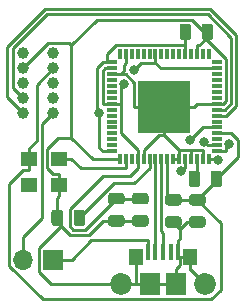
<source format=gbr>
%TF.GenerationSoftware,KiCad,Pcbnew,5.1.6*%
%TF.CreationDate,2021-04-23T20:37:08+02:00*%
%TF.ProjectId,prog,70726f67-2e6b-4696-9361-645f70636258,rev?*%
%TF.SameCoordinates,Original*%
%TF.FileFunction,Copper,L1,Top*%
%TF.FilePolarity,Positive*%
%FSLAX46Y46*%
G04 Gerber Fmt 4.6, Leading zero omitted, Abs format (unit mm)*
G04 Created by KiCad (PCBNEW 5.1.6) date 2021-04-23 20:37:08*
%MOMM*%
%LPD*%
G01*
G04 APERTURE LIST*
%TA.AperFunction,SMDPad,CuDef*%
%ADD10R,1.400000X1.200000*%
%TD*%
%TA.AperFunction,SMDPad,CuDef*%
%ADD11R,1.150000X1.450000*%
%TD*%
%TA.AperFunction,SMDPad,CuDef*%
%ADD12R,1.750000X1.900000*%
%TD*%
%TA.AperFunction,ComponentPad*%
%ADD13C,1.850000*%
%TD*%
%TA.AperFunction,SMDPad,CuDef*%
%ADD14R,0.400000X1.400000*%
%TD*%
%TA.AperFunction,ComponentPad*%
%ADD15C,1.000000*%
%TD*%
%TA.AperFunction,ComponentPad*%
%ADD16O,1.700000X1.700000*%
%TD*%
%TA.AperFunction,ComponentPad*%
%ADD17R,1.700000X1.700000*%
%TD*%
%TA.AperFunction,SMDPad,CuDef*%
%ADD18R,4.400000X4.400000*%
%TD*%
%TA.AperFunction,SMDPad,CuDef*%
%ADD19R,0.850000X0.300000*%
%TD*%
%TA.AperFunction,SMDPad,CuDef*%
%ADD20R,0.300000X0.850000*%
%TD*%
%TA.AperFunction,ViaPad*%
%ADD21C,0.800000*%
%TD*%
%TA.AperFunction,Conductor*%
%ADD22C,0.250000*%
%TD*%
G04 APERTURE END LIST*
D10*
%TO.P,Y1,4*%
%TO.N,+3V3*%
X50292000Y-151978000D03*
%TO.P,Y1,3*%
%TO.N,Net-(IC1-Pad2)*%
X52832000Y-151978000D03*
%TO.P,Y1,2*%
%TO.N,GND*%
X52832000Y-154178000D03*
%TO.P,Y1,1*%
%TO.N,Net-(Y1-Pad1)*%
X50292000Y-154178000D03*
%TD*%
%TO.P,C4,2*%
%TO.N,GND*%
%TA.AperFunction,SMDPad,CuDef*%
G36*
G01*
X62027750Y-156836000D02*
X62940250Y-156836000D01*
G75*
G02*
X63184000Y-157079750I0J-243750D01*
G01*
X63184000Y-157567250D01*
G75*
G02*
X62940250Y-157811000I-243750J0D01*
G01*
X62027750Y-157811000D01*
G75*
G02*
X61784000Y-157567250I0J243750D01*
G01*
X61784000Y-157079750D01*
G75*
G02*
X62027750Y-156836000I243750J0D01*
G01*
G37*
%TD.AperFunction*%
%TO.P,C4,1*%
%TO.N,+3V3*%
%TA.AperFunction,SMDPad,CuDef*%
G36*
G01*
X62027750Y-154961000D02*
X62940250Y-154961000D01*
G75*
G02*
X63184000Y-155204750I0J-243750D01*
G01*
X63184000Y-155692250D01*
G75*
G02*
X62940250Y-155936000I-243750J0D01*
G01*
X62027750Y-155936000D01*
G75*
G02*
X61784000Y-155692250I0J243750D01*
G01*
X61784000Y-155204750D01*
G75*
G02*
X62027750Y-154961000I243750J0D01*
G01*
G37*
%TD.AperFunction*%
%TD*%
D11*
%TO.P,J2,MP4*%
%TO.N,GND*%
X63933000Y-160330000D03*
%TO.P,J2,MP3*%
X59293000Y-160330000D03*
D12*
%TO.P,J2,MP2*%
X62738000Y-162560000D03*
%TO.P,J2,MP1*%
X60488000Y-162560000D03*
D13*
%TO.P,J2,MH2*%
X65188000Y-162560000D03*
%TO.P,J2,MH1*%
X58038000Y-162560000D03*
D14*
%TO.P,J2,5*%
X62913000Y-159910000D03*
%TO.P,J2,4*%
%TO.N,Net-(J2-Pad4)*%
X62263000Y-159910000D03*
%TO.P,J2,3*%
%TO.N,Net-(IC1-Pad8)*%
X61613000Y-159910000D03*
%TO.P,J2,2*%
%TO.N,Net-(IC1-Pad7)*%
X60963000Y-159910000D03*
%TO.P,J2,1*%
%TO.N,Net-(J1-Pad1)*%
X60313000Y-159910000D03*
%TD*%
%TO.P,R2,2*%
%TO.N,+3V3*%
%TA.AperFunction,SMDPad,CuDef*%
G36*
G01*
X65649500Y-154126250D02*
X65649500Y-153213750D01*
G75*
G02*
X65893250Y-152970000I243750J0D01*
G01*
X66380750Y-152970000D01*
G75*
G02*
X66624500Y-153213750I0J-243750D01*
G01*
X66624500Y-154126250D01*
G75*
G02*
X66380750Y-154370000I-243750J0D01*
G01*
X65893250Y-154370000D01*
G75*
G02*
X65649500Y-154126250I0J243750D01*
G01*
G37*
%TD.AperFunction*%
%TO.P,R2,1*%
%TO.N,Net-(IC1-Pad14)*%
%TA.AperFunction,SMDPad,CuDef*%
G36*
G01*
X63774500Y-154126250D02*
X63774500Y-153213750D01*
G75*
G02*
X64018250Y-152970000I243750J0D01*
G01*
X64505750Y-152970000D01*
G75*
G02*
X64749500Y-153213750I0J-243750D01*
G01*
X64749500Y-154126250D01*
G75*
G02*
X64505750Y-154370000I-243750J0D01*
G01*
X64018250Y-154370000D01*
G75*
G02*
X63774500Y-154126250I0J243750D01*
G01*
G37*
%TD.AperFunction*%
%TD*%
%TO.P,R1,2*%
%TO.N,GND*%
%TA.AperFunction,SMDPad,CuDef*%
G36*
G01*
X53144000Y-156515750D02*
X53144000Y-157428250D01*
G75*
G02*
X52900250Y-157672000I-243750J0D01*
G01*
X52412750Y-157672000D01*
G75*
G02*
X52169000Y-157428250I0J243750D01*
G01*
X52169000Y-156515750D01*
G75*
G02*
X52412750Y-156272000I243750J0D01*
G01*
X52900250Y-156272000D01*
G75*
G02*
X53144000Y-156515750I0J-243750D01*
G01*
G37*
%TD.AperFunction*%
%TO.P,R1,1*%
%TO.N,Net-(IC1-Pad6)*%
%TA.AperFunction,SMDPad,CuDef*%
G36*
G01*
X55019000Y-156515750D02*
X55019000Y-157428250D01*
G75*
G02*
X54775250Y-157672000I-243750J0D01*
G01*
X54287750Y-157672000D01*
G75*
G02*
X54044000Y-157428250I0J243750D01*
G01*
X54044000Y-156515750D01*
G75*
G02*
X54287750Y-156272000I243750J0D01*
G01*
X54775250Y-156272000D01*
G75*
G02*
X55019000Y-156515750I0J-243750D01*
G01*
G37*
%TD.AperFunction*%
%TD*%
%TO.P,C5,2*%
%TO.N,GND*%
%TA.AperFunction,SMDPad,CuDef*%
G36*
G01*
X64887500Y-141680250D02*
X64887500Y-140767750D01*
G75*
G02*
X65131250Y-140524000I243750J0D01*
G01*
X65618750Y-140524000D01*
G75*
G02*
X65862500Y-140767750I0J-243750D01*
G01*
X65862500Y-141680250D01*
G75*
G02*
X65618750Y-141924000I-243750J0D01*
G01*
X65131250Y-141924000D01*
G75*
G02*
X64887500Y-141680250I0J243750D01*
G01*
G37*
%TD.AperFunction*%
%TO.P,C5,1*%
%TO.N,Net-(C5-Pad1)*%
%TA.AperFunction,SMDPad,CuDef*%
G36*
G01*
X63012500Y-141680250D02*
X63012500Y-140767750D01*
G75*
G02*
X63256250Y-140524000I243750J0D01*
G01*
X63743750Y-140524000D01*
G75*
G02*
X63987500Y-140767750I0J-243750D01*
G01*
X63987500Y-141680250D01*
G75*
G02*
X63743750Y-141924000I-243750J0D01*
G01*
X63256250Y-141924000D01*
G75*
G02*
X63012500Y-141680250I0J243750D01*
G01*
G37*
%TD.AperFunction*%
%TD*%
%TO.P,C3,2*%
%TO.N,GND*%
%TA.AperFunction,SMDPad,CuDef*%
G36*
G01*
X64059750Y-156836000D02*
X64972250Y-156836000D01*
G75*
G02*
X65216000Y-157079750I0J-243750D01*
G01*
X65216000Y-157567250D01*
G75*
G02*
X64972250Y-157811000I-243750J0D01*
G01*
X64059750Y-157811000D01*
G75*
G02*
X63816000Y-157567250I0J243750D01*
G01*
X63816000Y-157079750D01*
G75*
G02*
X64059750Y-156836000I243750J0D01*
G01*
G37*
%TD.AperFunction*%
%TO.P,C3,1*%
%TO.N,+3V3*%
%TA.AperFunction,SMDPad,CuDef*%
G36*
G01*
X64059750Y-154961000D02*
X64972250Y-154961000D01*
G75*
G02*
X65216000Y-155204750I0J-243750D01*
G01*
X65216000Y-155692250D01*
G75*
G02*
X64972250Y-155936000I-243750J0D01*
G01*
X64059750Y-155936000D01*
G75*
G02*
X63816000Y-155692250I0J243750D01*
G01*
X63816000Y-155204750D01*
G75*
G02*
X64059750Y-154961000I243750J0D01*
G01*
G37*
%TD.AperFunction*%
%TD*%
%TO.P,C2,2*%
%TO.N,GND*%
%TA.AperFunction,SMDPad,CuDef*%
G36*
G01*
X57201750Y-156738000D02*
X58114250Y-156738000D01*
G75*
G02*
X58358000Y-156981750I0J-243750D01*
G01*
X58358000Y-157469250D01*
G75*
G02*
X58114250Y-157713000I-243750J0D01*
G01*
X57201750Y-157713000D01*
G75*
G02*
X56958000Y-157469250I0J243750D01*
G01*
X56958000Y-156981750D01*
G75*
G02*
X57201750Y-156738000I243750J0D01*
G01*
G37*
%TD.AperFunction*%
%TO.P,C2,1*%
%TO.N,+3V3*%
%TA.AperFunction,SMDPad,CuDef*%
G36*
G01*
X57201750Y-154863000D02*
X58114250Y-154863000D01*
G75*
G02*
X58358000Y-155106750I0J-243750D01*
G01*
X58358000Y-155594250D01*
G75*
G02*
X58114250Y-155838000I-243750J0D01*
G01*
X57201750Y-155838000D01*
G75*
G02*
X56958000Y-155594250I0J243750D01*
G01*
X56958000Y-155106750D01*
G75*
G02*
X57201750Y-154863000I243750J0D01*
G01*
G37*
%TD.AperFunction*%
%TD*%
%TO.P,C1,2*%
%TO.N,GND*%
%TA.AperFunction,SMDPad,CuDef*%
G36*
G01*
X59233750Y-156738000D02*
X60146250Y-156738000D01*
G75*
G02*
X60390000Y-156981750I0J-243750D01*
G01*
X60390000Y-157469250D01*
G75*
G02*
X60146250Y-157713000I-243750J0D01*
G01*
X59233750Y-157713000D01*
G75*
G02*
X58990000Y-157469250I0J243750D01*
G01*
X58990000Y-156981750D01*
G75*
G02*
X59233750Y-156738000I243750J0D01*
G01*
G37*
%TD.AperFunction*%
%TO.P,C1,1*%
%TO.N,+3V3*%
%TA.AperFunction,SMDPad,CuDef*%
G36*
G01*
X59233750Y-154863000D02*
X60146250Y-154863000D01*
G75*
G02*
X60390000Y-155106750I0J-243750D01*
G01*
X60390000Y-155594250D01*
G75*
G02*
X60146250Y-155838000I-243750J0D01*
G01*
X59233750Y-155838000D01*
G75*
G02*
X58990000Y-155594250I0J243750D01*
G01*
X58990000Y-155106750D01*
G75*
G02*
X59233750Y-154863000I243750J0D01*
G01*
G37*
%TD.AperFunction*%
%TD*%
D15*
%TO.P,J3,10*%
%TO.N,CDONE*%
X49784000Y-148082000D03*
%TO.P,J3,9*%
%TO.N,+5V*%
X52324000Y-148082000D03*
%TO.P,J3,8*%
%TO.N,CRESET*%
X49784000Y-146812000D03*
%TO.P,J3,7*%
%TO.N,CS*%
X52324000Y-146812000D03*
%TO.P,J3,6*%
%TO.N,GND*%
X49784000Y-145542000D03*
%TO.P,J3,5*%
%TO.N,MISO*%
X52324000Y-145542000D03*
%TO.P,J3,4*%
%TO.N,GND*%
X49784000Y-144272000D03*
%TO.P,J3,3*%
%TO.N,+3V3*%
X52324000Y-144272000D03*
%TO.P,J3,2*%
%TO.N,MOSI*%
X49784000Y-143002000D03*
%TO.P,J3,1*%
%TO.N,SCK*%
X52324000Y-143002000D03*
%TD*%
D16*
%TO.P,J1,2*%
%TO.N,+5V*%
X49784000Y-160528000D03*
D17*
%TO.P,J1,1*%
%TO.N,Net-(J1-Pad1)*%
X52324000Y-160528000D03*
%TD*%
D18*
%TO.P,IC1,65*%
%TO.N,GND*%
X61722000Y-147574000D03*
D19*
%TO.P,IC1,64*%
%TO.N,Net-(C5-Pad1)*%
X57272000Y-151324000D03*
%TO.P,IC1,63*%
%TO.N,Net-(IC1-Pad63)*%
X57272000Y-150824000D03*
%TO.P,IC1,62*%
%TO.N,Net-(IC1-Pad62)*%
X57272000Y-150324000D03*
%TO.P,IC1,61*%
%TO.N,Net-(IC1-Pad61)*%
X57272000Y-149824000D03*
%TO.P,IC1,60*%
%TO.N,Net-(IC1-Pad60)*%
X57272000Y-149324000D03*
%TO.P,IC1,59*%
%TO.N,Net-(IC1-Pad59)*%
X57272000Y-148824000D03*
%TO.P,IC1,58*%
%TO.N,Net-(IC1-Pad58)*%
X57272000Y-148324000D03*
%TO.P,IC1,57*%
%TO.N,Net-(IC1-Pad57)*%
X57272000Y-147824000D03*
%TO.P,IC1,56*%
%TO.N,+3V3*%
X57272000Y-147324000D03*
%TO.P,IC1,55*%
%TO.N,Net-(IC1-Pad55)*%
X57272000Y-146824000D03*
%TO.P,IC1,54*%
%TO.N,Net-(IC1-Pad54)*%
X57272000Y-146324000D03*
%TO.P,IC1,53*%
%TO.N,Net-(IC1-Pad53)*%
X57272000Y-145824000D03*
%TO.P,IC1,52*%
%TO.N,Net-(IC1-Pad52)*%
X57272000Y-145324000D03*
%TO.P,IC1,51*%
%TO.N,GND*%
X57272000Y-144824000D03*
%TO.P,IC1,50*%
%TO.N,+3V3*%
X57272000Y-144324000D03*
%TO.P,IC1,49*%
%TO.N,Net-(C5-Pad1)*%
X57272000Y-143824000D03*
D20*
%TO.P,IC1,48*%
%TO.N,Net-(IC1-Pad48)*%
X57972000Y-143124000D03*
%TO.P,IC1,47*%
%TO.N,GND*%
X58472000Y-143124000D03*
%TO.P,IC1,46*%
%TO.N,Net-(IC1-Pad46)*%
X58972000Y-143124000D03*
%TO.P,IC1,45*%
%TO.N,Net-(IC1-Pad45)*%
X59472000Y-143124000D03*
%TO.P,IC1,44*%
%TO.N,Net-(IC1-Pad44)*%
X59972000Y-143124000D03*
%TO.P,IC1,43*%
%TO.N,Net-(IC1-Pad43)*%
X60472000Y-143124000D03*
%TO.P,IC1,42*%
%TO.N,+3V3*%
X60972000Y-143124000D03*
%TO.P,IC1,41*%
%TO.N,Net-(IC1-Pad41)*%
X61472000Y-143124000D03*
%TO.P,IC1,40*%
%TO.N,Net-(IC1-Pad40)*%
X61972000Y-143124000D03*
%TO.P,IC1,39*%
%TO.N,Net-(IC1-Pad39)*%
X62472000Y-143124000D03*
%TO.P,IC1,38*%
%TO.N,Net-(IC1-Pad38)*%
X62972000Y-143124000D03*
%TO.P,IC1,37*%
%TO.N,Net-(C5-Pad1)*%
X63472000Y-143124000D03*
%TO.P,IC1,36*%
%TO.N,Net-(IC1-Pad36)*%
X63972000Y-143124000D03*
%TO.P,IC1,35*%
%TO.N,GND*%
X64472000Y-143124000D03*
%TO.P,IC1,34*%
%TO.N,Net-(IC1-Pad34)*%
X64972000Y-143124000D03*
%TO.P,IC1,33*%
%TO.N,Net-(IC1-Pad33)*%
X65472000Y-143124000D03*
D19*
%TO.P,IC1,32*%
%TO.N,Net-(IC1-Pad32)*%
X66172000Y-143824000D03*
%TO.P,IC1,31*%
%TO.N,+3V3*%
X66172000Y-144324000D03*
%TO.P,IC1,30*%
%TO.N,Net-(IC1-Pad30)*%
X66172000Y-144824000D03*
%TO.P,IC1,29*%
%TO.N,Net-(IC1-Pad29)*%
X66172000Y-145324000D03*
%TO.P,IC1,28*%
%TO.N,Net-(IC1-Pad28)*%
X66172000Y-145824000D03*
%TO.P,IC1,27*%
%TO.N,Net-(IC1-Pad27)*%
X66172000Y-146324000D03*
%TO.P,IC1,26*%
%TO.N,Net-(IC1-Pad26)*%
X66172000Y-146824000D03*
%TO.P,IC1,25*%
%TO.N,GND*%
X66172000Y-147324000D03*
%TO.P,IC1,24*%
%TO.N,CRESET*%
X66172000Y-147824000D03*
%TO.P,IC1,23*%
%TO.N,CDONE*%
X66172000Y-148324000D03*
%TO.P,IC1,22*%
%TO.N,Net-(IC1-Pad22)*%
X66172000Y-148824000D03*
%TO.P,IC1,21*%
%TO.N,CS*%
X66172000Y-149324000D03*
%TO.P,IC1,20*%
%TO.N,+3V3*%
X66172000Y-149824000D03*
%TO.P,IC1,19*%
%TO.N,Net-(IC1-Pad19)*%
X66172000Y-150324000D03*
%TO.P,IC1,18*%
%TO.N,MISO*%
X66172000Y-150824000D03*
%TO.P,IC1,17*%
%TO.N,MOSI*%
X66172000Y-151324000D03*
D20*
%TO.P,IC1,16*%
%TO.N,SCK*%
X65472000Y-152024000D03*
%TO.P,IC1,15*%
%TO.N,GND*%
X64972000Y-152024000D03*
%TO.P,IC1,14*%
%TO.N,Net-(IC1-Pad14)*%
X64472000Y-152024000D03*
%TO.P,IC1,13*%
%TO.N,GND*%
X63972000Y-152024000D03*
%TO.P,IC1,12*%
%TO.N,Net-(C5-Pad1)*%
X63472000Y-152024000D03*
%TO.P,IC1,11*%
%TO.N,GND*%
X62972000Y-152024000D03*
%TO.P,IC1,10*%
X62472000Y-152024000D03*
%TO.P,IC1,9*%
%TO.N,+3V3*%
X61972000Y-152024000D03*
%TO.P,IC1,8*%
%TO.N,Net-(IC1-Pad8)*%
X61472000Y-152024000D03*
%TO.P,IC1,7*%
%TO.N,Net-(IC1-Pad7)*%
X60972000Y-152024000D03*
%TO.P,IC1,6*%
%TO.N,Net-(IC1-Pad6)*%
X60472000Y-152024000D03*
%TO.P,IC1,5*%
%TO.N,GND*%
X59972000Y-152024000D03*
%TO.P,IC1,4*%
%TO.N,+3V3*%
X59472000Y-152024000D03*
%TO.P,IC1,3*%
%TO.N,Net-(IC1-Pad3)*%
X58972000Y-152024000D03*
%TO.P,IC1,2*%
%TO.N,Net-(IC1-Pad2)*%
X58472000Y-152024000D03*
%TO.P,IC1,1*%
%TO.N,GND*%
X57972000Y-152024000D03*
%TD*%
D21*
%TO.N,+3V3*%
X58312700Y-145673900D03*
X59189000Y-144470900D03*
%TO.N,MISO*%
X65101200Y-150535800D03*
%TO.N,MOSI*%
X67236100Y-150718000D03*
%TO.N,SCK*%
X66235000Y-152098000D03*
%TO.N,CS*%
X63912000Y-150378300D03*
%TO.N,Net-(C5-Pad1)*%
X63114200Y-153051500D03*
X56221900Y-148079000D03*
%TD*%
D22*
%TO.N,Net-(IC1-Pad14)*%
X64472000Y-152024000D02*
X64472000Y-153460000D01*
X64472000Y-153460000D02*
X64262000Y-153670000D01*
%TO.N,Net-(IC1-Pad8)*%
X61613000Y-159910000D02*
X61613000Y-158261900D01*
X61613000Y-158261900D02*
X61457700Y-158106600D01*
X61457700Y-158106600D02*
X61457700Y-152788600D01*
X61457700Y-152788600D02*
X61472000Y-152774300D01*
X61472000Y-152024000D02*
X61472000Y-152774300D01*
%TO.N,Net-(IC1-Pad7)*%
X60972000Y-152024000D02*
X60972000Y-152774300D01*
X60963000Y-158884700D02*
X60963000Y-152783300D01*
X60963000Y-152783300D02*
X60972000Y-152774300D01*
X60963000Y-159910000D02*
X60963000Y-158884700D01*
%TO.N,Net-(IC1-Pad6)*%
X60472000Y-152774300D02*
X59184500Y-154061800D01*
X59184500Y-154061800D02*
X57441700Y-154061800D01*
X57441700Y-154061800D02*
X54531500Y-156972000D01*
X60472000Y-152024000D02*
X60472000Y-152774300D01*
%TO.N,Net-(IC1-Pad2)*%
X52832000Y-151978000D02*
X53857300Y-151978000D01*
X58472000Y-152024000D02*
X58472000Y-152774300D01*
X58472000Y-152774300D02*
X54653600Y-152774300D01*
X54653600Y-152774300D02*
X53857300Y-151978000D01*
%TO.N,+5V*%
X52324000Y-148082000D02*
X51354100Y-149051900D01*
X51354100Y-149051900D02*
X51354100Y-157026400D01*
X51354100Y-157026400D02*
X49784000Y-158596500D01*
X49784000Y-158596500D02*
X49784000Y-160528000D01*
%TO.N,GND*%
X52832000Y-154178000D02*
X52832000Y-153252700D01*
X53857400Y-150238800D02*
X52753600Y-150238800D01*
X52753600Y-150238800D02*
X51804400Y-151188000D01*
X51804400Y-151188000D02*
X51804400Y-152774300D01*
X51804400Y-152774300D02*
X52282800Y-153252700D01*
X52282800Y-153252700D02*
X52832000Y-153252700D01*
X53857400Y-150238800D02*
X55642600Y-152024000D01*
X55642600Y-152024000D02*
X57972000Y-152024000D01*
X53857400Y-142373700D02*
X53857400Y-150238800D01*
X61722000Y-149997800D02*
X62972000Y-151247800D01*
X62972000Y-151247800D02*
X62972000Y-151273700D01*
X59972000Y-151273700D02*
X61247900Y-149997800D01*
X61247900Y-149997800D02*
X61722000Y-149997800D01*
X61722000Y-149997800D02*
X61722000Y-147574000D01*
X61722000Y-147574000D02*
X64247300Y-147574000D01*
X66172000Y-147324000D02*
X64497300Y-147324000D01*
X64497300Y-147324000D02*
X64247300Y-147574000D01*
X65223300Y-141820100D02*
X66922300Y-143519100D01*
X66922300Y-143519100D02*
X66922300Y-147108800D01*
X66922300Y-147108800D02*
X66707100Y-147324000D01*
X66707100Y-147324000D02*
X66172000Y-147324000D01*
X58038000Y-162560000D02*
X52138000Y-162560000D01*
X52138000Y-162560000D02*
X51148600Y-161570600D01*
X51148600Y-161570600D02*
X51148600Y-159509900D01*
X51148600Y-159509900D02*
X52958600Y-157699900D01*
X65223300Y-141375700D02*
X65223300Y-141820100D01*
X65375000Y-141224000D02*
X65223300Y-141375700D01*
X53857400Y-142373700D02*
X56039600Y-140191500D01*
X56039600Y-140191500D02*
X64039100Y-140191500D01*
X64039100Y-140191500D02*
X65223300Y-141375700D01*
X49784000Y-144272000D02*
X51881700Y-142174300D01*
X51881700Y-142174300D02*
X53658000Y-142174300D01*
X53658000Y-142174300D02*
X53857400Y-142373700D01*
X58472000Y-143386500D02*
X58472000Y-143124000D01*
X58472000Y-143386500D02*
X58472000Y-143874300D01*
X59196700Y-147574000D02*
X59196700Y-145532100D01*
X59196700Y-145532100D02*
X58488600Y-144824000D01*
X58488600Y-144824000D02*
X58022200Y-144824000D01*
X59972000Y-152024000D02*
X59972000Y-151273700D01*
X58472000Y-143874300D02*
X58277500Y-144068800D01*
X58277500Y-144068800D02*
X58277500Y-144568700D01*
X58277500Y-144568700D02*
X58022200Y-144824000D01*
X61722000Y-147574000D02*
X59196700Y-147574000D01*
X57272000Y-144824000D02*
X58022200Y-144824000D01*
X64472000Y-142373700D02*
X64669700Y-142373700D01*
X64669700Y-142373700D02*
X65223300Y-141820100D01*
X64472000Y-143124000D02*
X64472000Y-142373700D01*
X64972000Y-152024000D02*
X64972000Y-151273700D01*
X64972000Y-151273700D02*
X63972000Y-151273700D01*
X62972000Y-152024000D02*
X62972000Y-151273700D01*
X63972000Y-152024000D02*
X63972000Y-151273700D01*
X63972000Y-151273700D02*
X62972000Y-151273700D01*
X62472000Y-152024000D02*
X62972000Y-152024000D01*
X52958600Y-157699900D02*
X53713600Y-158454900D01*
X53713600Y-158454900D02*
X55306800Y-158454900D01*
X55306800Y-158454900D02*
X56536200Y-157225500D01*
X56536200Y-157225500D02*
X57658000Y-157225500D01*
X52656500Y-156972000D02*
X52958600Y-157274100D01*
X52958600Y-157274100D02*
X52958600Y-157699900D01*
X59293000Y-162560000D02*
X60488000Y-162560000D01*
X58038000Y-162560000D02*
X59293000Y-162560000D01*
X59293000Y-162560000D02*
X59293000Y-161380300D01*
X59293000Y-160330000D02*
X59293000Y-161380300D01*
X52832000Y-155103300D02*
X52656500Y-155278800D01*
X52656500Y-155278800D02*
X52656500Y-156972000D01*
X63048500Y-157888000D02*
X62484000Y-157323500D01*
X64516000Y-157323500D02*
X63613000Y-157323500D01*
X63613000Y-157323500D02*
X63048500Y-157888000D01*
X62913000Y-158884700D02*
X63048500Y-158749200D01*
X63048500Y-158749200D02*
X63048500Y-157888000D01*
X62913000Y-159910000D02*
X62913000Y-158884700D01*
X62913000Y-159910000D02*
X62913000Y-160210300D01*
X62913000Y-160210300D02*
X63032700Y-160330000D01*
X63032700Y-160330000D02*
X63032700Y-160990000D01*
X63032700Y-160990000D02*
X62738000Y-161284700D01*
X62738000Y-162560000D02*
X62738000Y-161284700D01*
X60488000Y-162560000D02*
X62738000Y-162560000D01*
X59690000Y-157225500D02*
X57658000Y-157225500D01*
X52832000Y-154178000D02*
X52832000Y-155103300D01*
X63933000Y-160330000D02*
X63933000Y-161380300D01*
X65188000Y-162560000D02*
X64008300Y-161380300D01*
X64008300Y-161380300D02*
X63933000Y-161380300D01*
X63933000Y-160330000D02*
X63032700Y-160330000D01*
%TO.N,+3V3*%
X66137000Y-153670000D02*
X67988600Y-151818400D01*
X67988600Y-151818400D02*
X67988600Y-150408600D01*
X67988600Y-150408600D02*
X67404000Y-149824000D01*
X67404000Y-149824000D02*
X66172000Y-149824000D01*
X66137000Y-153670000D02*
X66137000Y-153827500D01*
X66137000Y-153827500D02*
X64516000Y-155448500D01*
X52324000Y-144272000D02*
X50903800Y-145692200D01*
X50903800Y-145692200D02*
X50903800Y-150440900D01*
X50903800Y-150440900D02*
X50292000Y-151052700D01*
X64516000Y-155448500D02*
X66478200Y-157410700D01*
X66478200Y-157410700D02*
X66478200Y-163045900D01*
X66478200Y-163045900D02*
X65659700Y-163864400D01*
X65659700Y-163864400D02*
X51415400Y-163864400D01*
X51415400Y-163864400D02*
X48608300Y-161057300D01*
X48608300Y-161057300D02*
X48608300Y-154081000D01*
X48608300Y-154081000D02*
X49786000Y-152903300D01*
X49786000Y-152903300D02*
X50292000Y-152903300D01*
X50292000Y-151978000D02*
X50292000Y-152903300D01*
X60972000Y-143874300D02*
X61421700Y-144324000D01*
X61421700Y-144324000D02*
X66172000Y-144324000D01*
X60972000Y-143761700D02*
X60972000Y-143874300D01*
X60972000Y-143124000D02*
X60972000Y-143761700D01*
X50292000Y-151978000D02*
X50292000Y-151052700D01*
X57658000Y-155350500D02*
X59690000Y-155350500D01*
X59472000Y-152774300D02*
X58835000Y-153411300D01*
X58835000Y-153411300D02*
X56556000Y-153411300D01*
X56556000Y-153411300D02*
X53703000Y-156264300D01*
X53703000Y-156264300D02*
X53703000Y-157700100D01*
X53703000Y-157700100D02*
X54007500Y-158004600D01*
X54007500Y-158004600D02*
X55003900Y-158004600D01*
X55003900Y-158004600D02*
X57658000Y-155350500D01*
X58022300Y-147324000D02*
X58022300Y-145964300D01*
X58022300Y-145964300D02*
X58312700Y-145673900D01*
X57272000Y-147324000D02*
X58022300Y-147324000D01*
X59472000Y-151273700D02*
X58022300Y-149824000D01*
X58022300Y-149824000D02*
X58022300Y-147324000D01*
X57272000Y-147324000D02*
X56521700Y-147324000D01*
X56521700Y-147324000D02*
X56521700Y-144537600D01*
X56521700Y-144537600D02*
X56735300Y-144324000D01*
X56735300Y-144324000D02*
X57272000Y-144324000D01*
X59189000Y-144470900D02*
X59785600Y-143874300D01*
X59785600Y-143874300D02*
X60972000Y-143874300D01*
X59472000Y-152024000D02*
X59472000Y-151273700D01*
X62484000Y-155448500D02*
X61972000Y-154936500D01*
X61972000Y-154936500D02*
X61972000Y-152024000D01*
X64516000Y-155448500D02*
X62484000Y-155448500D01*
X59472000Y-152024000D02*
X59472000Y-152774300D01*
%TO.N,CRESET*%
X66172000Y-147824000D02*
X66844000Y-147824000D01*
X66844000Y-147824000D02*
X67382100Y-147285900D01*
X67382100Y-147285900D02*
X67382100Y-141710500D01*
X67382100Y-141710500D02*
X65406500Y-139734900D01*
X65406500Y-139734900D02*
X51826900Y-139734900D01*
X51826900Y-139734900D02*
X48937700Y-142624100D01*
X48937700Y-142624100D02*
X48937700Y-145965700D01*
X48937700Y-145965700D02*
X49784000Y-146812000D01*
%TO.N,CDONE*%
X66922300Y-148324000D02*
X66980900Y-148324000D01*
X66980900Y-148324000D02*
X67832500Y-147472400D01*
X67832500Y-147472400D02*
X67832500Y-141524000D01*
X67832500Y-141524000D02*
X65593000Y-139284500D01*
X65593000Y-139284500D02*
X51640400Y-139284500D01*
X51640400Y-139284500D02*
X48429900Y-142495000D01*
X48429900Y-142495000D02*
X48429900Y-146727900D01*
X48429900Y-146727900D02*
X49784000Y-148082000D01*
X66172000Y-148324000D02*
X66922300Y-148324000D01*
%TO.N,MISO*%
X66172000Y-150824000D02*
X65389400Y-150824000D01*
X65389400Y-150824000D02*
X65101200Y-150535800D01*
%TO.N,MOSI*%
X66172000Y-151324000D02*
X66922300Y-151324000D01*
X66922300Y-151324000D02*
X66922300Y-151031800D01*
X66922300Y-151031800D02*
X67236100Y-150718000D01*
%TO.N,SCK*%
X65472000Y-152024000D02*
X66161000Y-152024000D01*
X66161000Y-152024000D02*
X66235000Y-152098000D01*
%TO.N,CS*%
X66172000Y-149324000D02*
X64966300Y-149324000D01*
X64966300Y-149324000D02*
X63912000Y-150378300D01*
%TO.N,Net-(J1-Pad1)*%
X53499300Y-160528000D02*
X53870600Y-160528000D01*
X53870600Y-160528000D02*
X55513900Y-158884700D01*
X55513900Y-158884700D02*
X60313000Y-158884700D01*
X60313000Y-159910000D02*
X60313000Y-158884700D01*
X52324000Y-160528000D02*
X53499300Y-160528000D01*
%TO.N,Net-(C5-Pad1)*%
X63472000Y-142349000D02*
X63472000Y-141252000D01*
X63472000Y-141252000D02*
X63500000Y-141224000D01*
X63472000Y-143124000D02*
X63472000Y-142349000D01*
X56896900Y-143824000D02*
X56896900Y-143098700D01*
X56896900Y-143098700D02*
X57646600Y-142349000D01*
X57646600Y-142349000D02*
X63472000Y-142349000D01*
X56896900Y-143824000D02*
X56521700Y-143824000D01*
X57272000Y-143824000D02*
X56896900Y-143824000D01*
X56221900Y-148079000D02*
X56055700Y-147912800D01*
X56055700Y-147912800D02*
X56055700Y-144290000D01*
X56055700Y-144290000D02*
X56521700Y-143824000D01*
X56521700Y-151324000D02*
X56221900Y-151024200D01*
X56221900Y-151024200D02*
X56221900Y-148079000D01*
X63114200Y-153051500D02*
X63391400Y-152774300D01*
X63391400Y-152774300D02*
X63472000Y-152774300D01*
X63472000Y-152024000D02*
X63472000Y-152774300D01*
X57272000Y-151324000D02*
X56521700Y-151324000D01*
%TD*%
M02*

</source>
